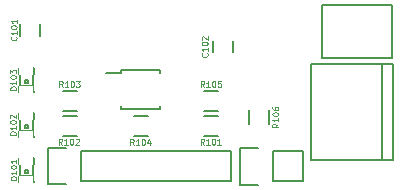
<source format=gto>
G04 #@! TF.FileFunction,Legend,Top*
%FSLAX46Y46*%
G04 Gerber Fmt 4.6, Leading zero omitted, Abs format (unit mm)*
G04 Created by KiCad (PCBNEW (2015-01-16 BZR 5376)-product) date 4/3/2015 6:07:08 PM*
%MOMM*%
G01*
G04 APERTURE LIST*
%ADD10C,0.100000*%
%ADD11C,0.150000*%
%ADD12C,0.050000*%
%ADD13R,1.300000X1.300000*%
%ADD14C,1.300000*%
%ADD15R,1.250000X1.500000*%
%ADD16R,1.198880X1.198880*%
%ADD17R,1.727200X2.032000*%
%ADD18O,1.727200X2.032000*%
%ADD19R,1.500000X1.300000*%
%ADD20R,1.300000X1.500000*%
%ADD21R,0.400000X1.350000*%
%ADD22C,1.600000*%
%ADD23R,1.600000X1.400000*%
%ADD24R,1.900000X1.900000*%
%ADD25R,2.032000X2.032000*%
%ADD26O,2.032000X2.032000*%
%ADD27C,2.200000*%
%ADD28R,1.400000X0.300000*%
G04 APERTURE END LIST*
D10*
D11*
X202559200Y-97839000D02*
X196659200Y-97839000D01*
X196659200Y-97839000D02*
X196659200Y-93339000D01*
X202559200Y-93339000D02*
X202559200Y-97839000D01*
X202559200Y-93339000D02*
X196659200Y-93339000D01*
X171082600Y-94953200D02*
X171082600Y-95953200D01*
X172782600Y-95953200D02*
X172782600Y-94953200D01*
X187389400Y-96375600D02*
X187389400Y-97375600D01*
X189089400Y-97375600D02*
X189089400Y-96375600D01*
X171302680Y-107838240D02*
X170977560Y-107838240D01*
X170977560Y-107838240D02*
X170977560Y-108338620D01*
X171302680Y-108338620D02*
X170977560Y-108338620D01*
X171302680Y-107838240D02*
X171302680Y-108338620D01*
X171924980Y-107838240D02*
X171775120Y-107838240D01*
X171775120Y-107838240D02*
X171775120Y-108089700D01*
X171924980Y-108089700D02*
X171775120Y-108089700D01*
X171924980Y-107838240D02*
X171924980Y-108089700D01*
X171429680Y-107838240D02*
X171279820Y-107838240D01*
X171279820Y-107838240D02*
X171279820Y-108089700D01*
X171429680Y-108089700D02*
X171279820Y-108089700D01*
X171429680Y-107838240D02*
X171429680Y-108089700D01*
X171800520Y-107838240D02*
X171404280Y-107838240D01*
X171404280Y-107838240D02*
X171404280Y-108013500D01*
X171800520Y-108013500D02*
X171404280Y-108013500D01*
X171800520Y-107838240D02*
X171800520Y-108013500D01*
X171302680Y-106342180D02*
X170977560Y-106342180D01*
X170977560Y-106342180D02*
X170977560Y-106842560D01*
X171302680Y-106842560D02*
X170977560Y-106842560D01*
X171302680Y-106342180D02*
X171302680Y-106842560D01*
X172227240Y-106342180D02*
X171902120Y-106342180D01*
X171902120Y-106342180D02*
X171902120Y-106842560D01*
X172227240Y-106842560D02*
X171902120Y-106842560D01*
X172227240Y-106342180D02*
X172227240Y-106842560D01*
X171429680Y-106591100D02*
X171279820Y-106591100D01*
X171279820Y-106591100D02*
X171279820Y-106842560D01*
X171429680Y-106842560D02*
X171279820Y-106842560D01*
X171429680Y-106591100D02*
X171429680Y-106842560D01*
X171924980Y-106591100D02*
X171775120Y-106591100D01*
X171775120Y-106591100D02*
X171775120Y-106842560D01*
X171924980Y-106842560D02*
X171775120Y-106842560D01*
X171924980Y-106591100D02*
X171924980Y-106842560D01*
X171800520Y-106667300D02*
X171404280Y-106667300D01*
X171404280Y-106667300D02*
X171404280Y-106842560D01*
X171800520Y-106842560D02*
X171404280Y-106842560D01*
X171800520Y-106667300D02*
X171800520Y-106842560D01*
X171701460Y-107340400D02*
X171503340Y-107340400D01*
X171503340Y-107340400D02*
X171503340Y-107538520D01*
X171701460Y-107538520D02*
X171503340Y-107538520D01*
X171701460Y-107340400D02*
X171701460Y-107538520D01*
X172201840Y-107838240D02*
X171902120Y-107838240D01*
X171902120Y-107838240D02*
X171902120Y-108137960D01*
X172201840Y-108137960D02*
X171902120Y-108137960D01*
X172201840Y-107838240D02*
X172201840Y-108137960D01*
X172227240Y-108264960D02*
X172001180Y-108264960D01*
X172001180Y-108264960D02*
X172001180Y-108338620D01*
X172227240Y-108338620D02*
X172001180Y-108338620D01*
X172227240Y-108264960D02*
X172227240Y-108338620D01*
X171028360Y-107863640D02*
X171028360Y-106817160D01*
X172176440Y-106842560D02*
X172176440Y-108264960D01*
X172123822Y-108188760D02*
G75*
G03X172123822Y-108188760I-71842J0D01*
G01*
X171950380Y-108338620D02*
G75*
G03X171254420Y-108338620I-347980J0D01*
G01*
X171254420Y-106342180D02*
G75*
G03X171950380Y-106342180I347980J0D01*
G01*
X171302680Y-104028240D02*
X170977560Y-104028240D01*
X170977560Y-104028240D02*
X170977560Y-104528620D01*
X171302680Y-104528620D02*
X170977560Y-104528620D01*
X171302680Y-104028240D02*
X171302680Y-104528620D01*
X171924980Y-104028240D02*
X171775120Y-104028240D01*
X171775120Y-104028240D02*
X171775120Y-104279700D01*
X171924980Y-104279700D02*
X171775120Y-104279700D01*
X171924980Y-104028240D02*
X171924980Y-104279700D01*
X171429680Y-104028240D02*
X171279820Y-104028240D01*
X171279820Y-104028240D02*
X171279820Y-104279700D01*
X171429680Y-104279700D02*
X171279820Y-104279700D01*
X171429680Y-104028240D02*
X171429680Y-104279700D01*
X171800520Y-104028240D02*
X171404280Y-104028240D01*
X171404280Y-104028240D02*
X171404280Y-104203500D01*
X171800520Y-104203500D02*
X171404280Y-104203500D01*
X171800520Y-104028240D02*
X171800520Y-104203500D01*
X171302680Y-102532180D02*
X170977560Y-102532180D01*
X170977560Y-102532180D02*
X170977560Y-103032560D01*
X171302680Y-103032560D02*
X170977560Y-103032560D01*
X171302680Y-102532180D02*
X171302680Y-103032560D01*
X172227240Y-102532180D02*
X171902120Y-102532180D01*
X171902120Y-102532180D02*
X171902120Y-103032560D01*
X172227240Y-103032560D02*
X171902120Y-103032560D01*
X172227240Y-102532180D02*
X172227240Y-103032560D01*
X171429680Y-102781100D02*
X171279820Y-102781100D01*
X171279820Y-102781100D02*
X171279820Y-103032560D01*
X171429680Y-103032560D02*
X171279820Y-103032560D01*
X171429680Y-102781100D02*
X171429680Y-103032560D01*
X171924980Y-102781100D02*
X171775120Y-102781100D01*
X171775120Y-102781100D02*
X171775120Y-103032560D01*
X171924980Y-103032560D02*
X171775120Y-103032560D01*
X171924980Y-102781100D02*
X171924980Y-103032560D01*
X171800520Y-102857300D02*
X171404280Y-102857300D01*
X171404280Y-102857300D02*
X171404280Y-103032560D01*
X171800520Y-103032560D02*
X171404280Y-103032560D01*
X171800520Y-102857300D02*
X171800520Y-103032560D01*
X171701460Y-103530400D02*
X171503340Y-103530400D01*
X171503340Y-103530400D02*
X171503340Y-103728520D01*
X171701460Y-103728520D02*
X171503340Y-103728520D01*
X171701460Y-103530400D02*
X171701460Y-103728520D01*
X172201840Y-104028240D02*
X171902120Y-104028240D01*
X171902120Y-104028240D02*
X171902120Y-104327960D01*
X172201840Y-104327960D02*
X171902120Y-104327960D01*
X172201840Y-104028240D02*
X172201840Y-104327960D01*
X172227240Y-104454960D02*
X172001180Y-104454960D01*
X172001180Y-104454960D02*
X172001180Y-104528620D01*
X172227240Y-104528620D02*
X172001180Y-104528620D01*
X172227240Y-104454960D02*
X172227240Y-104528620D01*
X171028360Y-104053640D02*
X171028360Y-103007160D01*
X172176440Y-103032560D02*
X172176440Y-104454960D01*
X172123822Y-104378760D02*
G75*
G03X172123822Y-104378760I-71842J0D01*
G01*
X171950380Y-104528620D02*
G75*
G03X171254420Y-104528620I-347980J0D01*
G01*
X171254420Y-102532180D02*
G75*
G03X171950380Y-102532180I347980J0D01*
G01*
X171302680Y-100218240D02*
X170977560Y-100218240D01*
X170977560Y-100218240D02*
X170977560Y-100718620D01*
X171302680Y-100718620D02*
X170977560Y-100718620D01*
X171302680Y-100218240D02*
X171302680Y-100718620D01*
X171924980Y-100218240D02*
X171775120Y-100218240D01*
X171775120Y-100218240D02*
X171775120Y-100469700D01*
X171924980Y-100469700D02*
X171775120Y-100469700D01*
X171924980Y-100218240D02*
X171924980Y-100469700D01*
X171429680Y-100218240D02*
X171279820Y-100218240D01*
X171279820Y-100218240D02*
X171279820Y-100469700D01*
X171429680Y-100469700D02*
X171279820Y-100469700D01*
X171429680Y-100218240D02*
X171429680Y-100469700D01*
X171800520Y-100218240D02*
X171404280Y-100218240D01*
X171404280Y-100218240D02*
X171404280Y-100393500D01*
X171800520Y-100393500D02*
X171404280Y-100393500D01*
X171800520Y-100218240D02*
X171800520Y-100393500D01*
X171302680Y-98722180D02*
X170977560Y-98722180D01*
X170977560Y-98722180D02*
X170977560Y-99222560D01*
X171302680Y-99222560D02*
X170977560Y-99222560D01*
X171302680Y-98722180D02*
X171302680Y-99222560D01*
X172227240Y-98722180D02*
X171902120Y-98722180D01*
X171902120Y-98722180D02*
X171902120Y-99222560D01*
X172227240Y-99222560D02*
X171902120Y-99222560D01*
X172227240Y-98722180D02*
X172227240Y-99222560D01*
X171429680Y-98971100D02*
X171279820Y-98971100D01*
X171279820Y-98971100D02*
X171279820Y-99222560D01*
X171429680Y-99222560D02*
X171279820Y-99222560D01*
X171429680Y-98971100D02*
X171429680Y-99222560D01*
X171924980Y-98971100D02*
X171775120Y-98971100D01*
X171775120Y-98971100D02*
X171775120Y-99222560D01*
X171924980Y-99222560D02*
X171775120Y-99222560D01*
X171924980Y-98971100D02*
X171924980Y-99222560D01*
X171800520Y-99047300D02*
X171404280Y-99047300D01*
X171404280Y-99047300D02*
X171404280Y-99222560D01*
X171800520Y-99222560D02*
X171404280Y-99222560D01*
X171800520Y-99047300D02*
X171800520Y-99222560D01*
X171701460Y-99720400D02*
X171503340Y-99720400D01*
X171503340Y-99720400D02*
X171503340Y-99918520D01*
X171701460Y-99918520D02*
X171503340Y-99918520D01*
X171701460Y-99720400D02*
X171701460Y-99918520D01*
X172201840Y-100218240D02*
X171902120Y-100218240D01*
X171902120Y-100218240D02*
X171902120Y-100517960D01*
X172201840Y-100517960D02*
X171902120Y-100517960D01*
X172201840Y-100218240D02*
X172201840Y-100517960D01*
X172227240Y-100644960D02*
X172001180Y-100644960D01*
X172001180Y-100644960D02*
X172001180Y-100718620D01*
X172227240Y-100718620D02*
X172001180Y-100718620D01*
X172227240Y-100644960D02*
X172227240Y-100718620D01*
X171028360Y-100243640D02*
X171028360Y-99197160D01*
X172176440Y-99222560D02*
X172176440Y-100644960D01*
X172123822Y-100568760D02*
G75*
G03X172123822Y-100568760I-71842J0D01*
G01*
X171950380Y-100718620D02*
G75*
G03X171254420Y-100718620I-347980J0D01*
G01*
X171254420Y-98722180D02*
G75*
G03X171950380Y-98722180I347980J0D01*
G01*
X176225200Y-105730000D02*
X188925200Y-105730000D01*
X188925200Y-105730000D02*
X188925200Y-108270000D01*
X188925200Y-108270000D02*
X176225200Y-108270000D01*
X173405200Y-105450000D02*
X174955200Y-105450000D01*
X176225200Y-105730000D02*
X176225200Y-108270000D01*
X174955200Y-108550000D02*
X173405200Y-108550000D01*
X173405200Y-108550000D02*
X173405200Y-105450000D01*
X186623400Y-102731600D02*
X187823400Y-102731600D01*
X187823400Y-104481600D02*
X186623400Y-104481600D01*
X175885400Y-104481600D02*
X174685400Y-104481600D01*
X174685400Y-102731600D02*
X175885400Y-102731600D01*
X174685400Y-100623400D02*
X175885400Y-100623400D01*
X175885400Y-102373400D02*
X174685400Y-102373400D01*
X180705200Y-102731600D02*
X181905200Y-102731600D01*
X181905200Y-104481600D02*
X180705200Y-104481600D01*
X186623400Y-100623400D02*
X187823400Y-100623400D01*
X187823400Y-102373400D02*
X186623400Y-102373400D01*
X190412400Y-103419200D02*
X190412400Y-102219200D01*
X192162400Y-102219200D02*
X192162400Y-103419200D01*
X192481200Y-105740200D02*
X195021200Y-105740200D01*
X189661200Y-105460200D02*
X191211200Y-105460200D01*
X192481200Y-105740200D02*
X192481200Y-108280200D01*
X191211200Y-108560200D02*
X189661200Y-108560200D01*
X189661200Y-108560200D02*
X189661200Y-105460200D01*
X192481200Y-108280200D02*
X195021200Y-108280200D01*
X195021200Y-108280200D02*
X195021200Y-105740200D01*
X201685200Y-106490800D02*
X201685200Y-98390800D01*
X195685200Y-106490800D02*
X202685200Y-106490800D01*
X195685200Y-98390800D02*
X202685200Y-98390800D01*
X202685200Y-106490800D02*
X202685200Y-98390800D01*
X195685200Y-106490800D02*
X195685200Y-98390800D01*
X179604800Y-98832800D02*
X179604800Y-99132800D01*
X182954800Y-98832800D02*
X182954800Y-99132800D01*
X182954800Y-102182800D02*
X182954800Y-101882800D01*
X179604800Y-102182800D02*
X179604800Y-101882800D01*
X179604800Y-98832800D02*
X182954800Y-98832800D01*
X179604800Y-102182800D02*
X182954800Y-102182800D01*
X179604800Y-99132800D02*
X178379800Y-99132800D01*
D12*
X170739571Y-96038123D02*
X170763381Y-96061933D01*
X170787190Y-96133361D01*
X170787190Y-96180980D01*
X170763381Y-96252409D01*
X170715762Y-96300028D01*
X170668143Y-96323837D01*
X170572905Y-96347647D01*
X170501476Y-96347647D01*
X170406238Y-96323837D01*
X170358619Y-96300028D01*
X170311000Y-96252409D01*
X170287190Y-96180980D01*
X170287190Y-96133361D01*
X170311000Y-96061933D01*
X170334810Y-96038123D01*
X170787190Y-95561933D02*
X170787190Y-95847647D01*
X170787190Y-95704790D02*
X170287190Y-95704790D01*
X170358619Y-95752409D01*
X170406238Y-95800028D01*
X170430048Y-95847647D01*
X170287190Y-95252409D02*
X170287190Y-95204790D01*
X170311000Y-95157171D01*
X170334810Y-95133362D01*
X170382429Y-95109552D01*
X170477667Y-95085743D01*
X170596714Y-95085743D01*
X170691952Y-95109552D01*
X170739571Y-95133362D01*
X170763381Y-95157171D01*
X170787190Y-95204790D01*
X170787190Y-95252409D01*
X170763381Y-95300028D01*
X170739571Y-95323838D01*
X170691952Y-95347647D01*
X170596714Y-95371457D01*
X170477667Y-95371457D01*
X170382429Y-95347647D01*
X170334810Y-95323838D01*
X170311000Y-95300028D01*
X170287190Y-95252409D01*
X170787190Y-94609553D02*
X170787190Y-94895267D01*
X170787190Y-94752410D02*
X170287190Y-94752410D01*
X170358619Y-94800029D01*
X170406238Y-94847648D01*
X170430048Y-94895267D01*
X186893971Y-97435123D02*
X186917781Y-97458933D01*
X186941590Y-97530361D01*
X186941590Y-97577980D01*
X186917781Y-97649409D01*
X186870162Y-97697028D01*
X186822543Y-97720837D01*
X186727305Y-97744647D01*
X186655876Y-97744647D01*
X186560638Y-97720837D01*
X186513019Y-97697028D01*
X186465400Y-97649409D01*
X186441590Y-97577980D01*
X186441590Y-97530361D01*
X186465400Y-97458933D01*
X186489210Y-97435123D01*
X186941590Y-96958933D02*
X186941590Y-97244647D01*
X186941590Y-97101790D02*
X186441590Y-97101790D01*
X186513019Y-97149409D01*
X186560638Y-97197028D01*
X186584448Y-97244647D01*
X186441590Y-96649409D02*
X186441590Y-96601790D01*
X186465400Y-96554171D01*
X186489210Y-96530362D01*
X186536829Y-96506552D01*
X186632067Y-96482743D01*
X186751114Y-96482743D01*
X186846352Y-96506552D01*
X186893971Y-96530362D01*
X186917781Y-96554171D01*
X186941590Y-96601790D01*
X186941590Y-96649409D01*
X186917781Y-96697028D01*
X186893971Y-96720838D01*
X186846352Y-96744647D01*
X186751114Y-96768457D01*
X186632067Y-96768457D01*
X186536829Y-96744647D01*
X186489210Y-96720838D01*
X186465400Y-96697028D01*
X186441590Y-96649409D01*
X186489210Y-96292267D02*
X186465400Y-96268457D01*
X186441590Y-96220838D01*
X186441590Y-96101791D01*
X186465400Y-96054172D01*
X186489210Y-96030362D01*
X186536829Y-96006553D01*
X186584448Y-96006553D01*
X186655876Y-96030362D01*
X186941590Y-96316076D01*
X186941590Y-96006553D01*
X170761790Y-108160237D02*
X170261790Y-108160237D01*
X170261790Y-108041190D01*
X170285600Y-107969761D01*
X170333219Y-107922142D01*
X170380838Y-107898333D01*
X170476076Y-107874523D01*
X170547505Y-107874523D01*
X170642743Y-107898333D01*
X170690362Y-107922142D01*
X170737981Y-107969761D01*
X170761790Y-108041190D01*
X170761790Y-108160237D01*
X170761790Y-107398333D02*
X170761790Y-107684047D01*
X170761790Y-107541190D02*
X170261790Y-107541190D01*
X170333219Y-107588809D01*
X170380838Y-107636428D01*
X170404648Y-107684047D01*
X170261790Y-107088809D02*
X170261790Y-107041190D01*
X170285600Y-106993571D01*
X170309410Y-106969762D01*
X170357029Y-106945952D01*
X170452267Y-106922143D01*
X170571314Y-106922143D01*
X170666552Y-106945952D01*
X170714171Y-106969762D01*
X170737981Y-106993571D01*
X170761790Y-107041190D01*
X170761790Y-107088809D01*
X170737981Y-107136428D01*
X170714171Y-107160238D01*
X170666552Y-107184047D01*
X170571314Y-107207857D01*
X170452267Y-107207857D01*
X170357029Y-107184047D01*
X170309410Y-107160238D01*
X170285600Y-107136428D01*
X170261790Y-107088809D01*
X170761790Y-106445953D02*
X170761790Y-106731667D01*
X170761790Y-106588810D02*
X170261790Y-106588810D01*
X170333219Y-106636429D01*
X170380838Y-106684048D01*
X170404648Y-106731667D01*
X170710990Y-104350237D02*
X170210990Y-104350237D01*
X170210990Y-104231190D01*
X170234800Y-104159761D01*
X170282419Y-104112142D01*
X170330038Y-104088333D01*
X170425276Y-104064523D01*
X170496705Y-104064523D01*
X170591943Y-104088333D01*
X170639562Y-104112142D01*
X170687181Y-104159761D01*
X170710990Y-104231190D01*
X170710990Y-104350237D01*
X170710990Y-103588333D02*
X170710990Y-103874047D01*
X170710990Y-103731190D02*
X170210990Y-103731190D01*
X170282419Y-103778809D01*
X170330038Y-103826428D01*
X170353848Y-103874047D01*
X170210990Y-103278809D02*
X170210990Y-103231190D01*
X170234800Y-103183571D01*
X170258610Y-103159762D01*
X170306229Y-103135952D01*
X170401467Y-103112143D01*
X170520514Y-103112143D01*
X170615752Y-103135952D01*
X170663371Y-103159762D01*
X170687181Y-103183571D01*
X170710990Y-103231190D01*
X170710990Y-103278809D01*
X170687181Y-103326428D01*
X170663371Y-103350238D01*
X170615752Y-103374047D01*
X170520514Y-103397857D01*
X170401467Y-103397857D01*
X170306229Y-103374047D01*
X170258610Y-103350238D01*
X170234800Y-103326428D01*
X170210990Y-103278809D01*
X170258610Y-102921667D02*
X170234800Y-102897857D01*
X170210990Y-102850238D01*
X170210990Y-102731191D01*
X170234800Y-102683572D01*
X170258610Y-102659762D01*
X170306229Y-102635953D01*
X170353848Y-102635953D01*
X170425276Y-102659762D01*
X170710990Y-102945476D01*
X170710990Y-102635953D01*
X170736390Y-100540237D02*
X170236390Y-100540237D01*
X170236390Y-100421190D01*
X170260200Y-100349761D01*
X170307819Y-100302142D01*
X170355438Y-100278333D01*
X170450676Y-100254523D01*
X170522105Y-100254523D01*
X170617343Y-100278333D01*
X170664962Y-100302142D01*
X170712581Y-100349761D01*
X170736390Y-100421190D01*
X170736390Y-100540237D01*
X170736390Y-99778333D02*
X170736390Y-100064047D01*
X170736390Y-99921190D02*
X170236390Y-99921190D01*
X170307819Y-99968809D01*
X170355438Y-100016428D01*
X170379248Y-100064047D01*
X170236390Y-99468809D02*
X170236390Y-99421190D01*
X170260200Y-99373571D01*
X170284010Y-99349762D01*
X170331629Y-99325952D01*
X170426867Y-99302143D01*
X170545914Y-99302143D01*
X170641152Y-99325952D01*
X170688771Y-99349762D01*
X170712581Y-99373571D01*
X170736390Y-99421190D01*
X170736390Y-99468809D01*
X170712581Y-99516428D01*
X170688771Y-99540238D01*
X170641152Y-99564047D01*
X170545914Y-99587857D01*
X170426867Y-99587857D01*
X170331629Y-99564047D01*
X170284010Y-99540238D01*
X170260200Y-99516428D01*
X170236390Y-99468809D01*
X170236390Y-99135476D02*
X170236390Y-98825953D01*
X170426867Y-98992619D01*
X170426867Y-98921191D01*
X170450676Y-98873572D01*
X170474486Y-98849762D01*
X170522105Y-98825953D01*
X170641152Y-98825953D01*
X170688771Y-98849762D01*
X170712581Y-98873572D01*
X170736390Y-98921191D01*
X170736390Y-99064048D01*
X170712581Y-99111667D01*
X170688771Y-99135476D01*
X186638477Y-105178990D02*
X186471810Y-104940895D01*
X186352763Y-105178990D02*
X186352763Y-104678990D01*
X186543239Y-104678990D01*
X186590858Y-104702800D01*
X186614667Y-104726610D01*
X186638477Y-104774229D01*
X186638477Y-104845657D01*
X186614667Y-104893276D01*
X186590858Y-104917086D01*
X186543239Y-104940895D01*
X186352763Y-104940895D01*
X187114667Y-105178990D02*
X186828953Y-105178990D01*
X186971810Y-105178990D02*
X186971810Y-104678990D01*
X186924191Y-104750419D01*
X186876572Y-104798038D01*
X186828953Y-104821848D01*
X187424191Y-104678990D02*
X187471810Y-104678990D01*
X187519429Y-104702800D01*
X187543238Y-104726610D01*
X187567048Y-104774229D01*
X187590857Y-104869467D01*
X187590857Y-104988514D01*
X187567048Y-105083752D01*
X187543238Y-105131371D01*
X187519429Y-105155181D01*
X187471810Y-105178990D01*
X187424191Y-105178990D01*
X187376572Y-105155181D01*
X187352762Y-105131371D01*
X187328953Y-105083752D01*
X187305143Y-104988514D01*
X187305143Y-104869467D01*
X187328953Y-104774229D01*
X187352762Y-104726610D01*
X187376572Y-104702800D01*
X187424191Y-104678990D01*
X188067047Y-105178990D02*
X187781333Y-105178990D01*
X187924190Y-105178990D02*
X187924190Y-104678990D01*
X187876571Y-104750419D01*
X187828952Y-104798038D01*
X187781333Y-104821848D01*
X174624277Y-105178990D02*
X174457610Y-104940895D01*
X174338563Y-105178990D02*
X174338563Y-104678990D01*
X174529039Y-104678990D01*
X174576658Y-104702800D01*
X174600467Y-104726610D01*
X174624277Y-104774229D01*
X174624277Y-104845657D01*
X174600467Y-104893276D01*
X174576658Y-104917086D01*
X174529039Y-104940895D01*
X174338563Y-104940895D01*
X175100467Y-105178990D02*
X174814753Y-105178990D01*
X174957610Y-105178990D02*
X174957610Y-104678990D01*
X174909991Y-104750419D01*
X174862372Y-104798038D01*
X174814753Y-104821848D01*
X175409991Y-104678990D02*
X175457610Y-104678990D01*
X175505229Y-104702800D01*
X175529038Y-104726610D01*
X175552848Y-104774229D01*
X175576657Y-104869467D01*
X175576657Y-104988514D01*
X175552848Y-105083752D01*
X175529038Y-105131371D01*
X175505229Y-105155181D01*
X175457610Y-105178990D01*
X175409991Y-105178990D01*
X175362372Y-105155181D01*
X175338562Y-105131371D01*
X175314753Y-105083752D01*
X175290943Y-104988514D01*
X175290943Y-104869467D01*
X175314753Y-104774229D01*
X175338562Y-104726610D01*
X175362372Y-104702800D01*
X175409991Y-104678990D01*
X175767133Y-104726610D02*
X175790943Y-104702800D01*
X175838562Y-104678990D01*
X175957609Y-104678990D01*
X176005228Y-104702800D01*
X176029038Y-104726610D01*
X176052847Y-104774229D01*
X176052847Y-104821848D01*
X176029038Y-104893276D01*
X175743324Y-105178990D01*
X176052847Y-105178990D01*
X174675077Y-100302190D02*
X174508410Y-100064095D01*
X174389363Y-100302190D02*
X174389363Y-99802190D01*
X174579839Y-99802190D01*
X174627458Y-99826000D01*
X174651267Y-99849810D01*
X174675077Y-99897429D01*
X174675077Y-99968857D01*
X174651267Y-100016476D01*
X174627458Y-100040286D01*
X174579839Y-100064095D01*
X174389363Y-100064095D01*
X175151267Y-100302190D02*
X174865553Y-100302190D01*
X175008410Y-100302190D02*
X175008410Y-99802190D01*
X174960791Y-99873619D01*
X174913172Y-99921238D01*
X174865553Y-99945048D01*
X175460791Y-99802190D02*
X175508410Y-99802190D01*
X175556029Y-99826000D01*
X175579838Y-99849810D01*
X175603648Y-99897429D01*
X175627457Y-99992667D01*
X175627457Y-100111714D01*
X175603648Y-100206952D01*
X175579838Y-100254571D01*
X175556029Y-100278381D01*
X175508410Y-100302190D01*
X175460791Y-100302190D01*
X175413172Y-100278381D01*
X175389362Y-100254571D01*
X175365553Y-100206952D01*
X175341743Y-100111714D01*
X175341743Y-99992667D01*
X175365553Y-99897429D01*
X175389362Y-99849810D01*
X175413172Y-99826000D01*
X175460791Y-99802190D01*
X175794124Y-99802190D02*
X176103647Y-99802190D01*
X175936981Y-99992667D01*
X176008409Y-99992667D01*
X176056028Y-100016476D01*
X176079838Y-100040286D01*
X176103647Y-100087905D01*
X176103647Y-100206952D01*
X176079838Y-100254571D01*
X176056028Y-100278381D01*
X176008409Y-100302190D01*
X175865552Y-100302190D01*
X175817933Y-100278381D01*
X175794124Y-100254571D01*
X180694877Y-105204390D02*
X180528210Y-104966295D01*
X180409163Y-105204390D02*
X180409163Y-104704390D01*
X180599639Y-104704390D01*
X180647258Y-104728200D01*
X180671067Y-104752010D01*
X180694877Y-104799629D01*
X180694877Y-104871057D01*
X180671067Y-104918676D01*
X180647258Y-104942486D01*
X180599639Y-104966295D01*
X180409163Y-104966295D01*
X181171067Y-105204390D02*
X180885353Y-105204390D01*
X181028210Y-105204390D02*
X181028210Y-104704390D01*
X180980591Y-104775819D01*
X180932972Y-104823438D01*
X180885353Y-104847248D01*
X181480591Y-104704390D02*
X181528210Y-104704390D01*
X181575829Y-104728200D01*
X181599638Y-104752010D01*
X181623448Y-104799629D01*
X181647257Y-104894867D01*
X181647257Y-105013914D01*
X181623448Y-105109152D01*
X181599638Y-105156771D01*
X181575829Y-105180581D01*
X181528210Y-105204390D01*
X181480591Y-105204390D01*
X181432972Y-105180581D01*
X181409162Y-105156771D01*
X181385353Y-105109152D01*
X181361543Y-105013914D01*
X181361543Y-104894867D01*
X181385353Y-104799629D01*
X181409162Y-104752010D01*
X181432972Y-104728200D01*
X181480591Y-104704390D01*
X182075828Y-104871057D02*
X182075828Y-105204390D01*
X181956781Y-104680581D02*
X181837733Y-105037724D01*
X182147257Y-105037724D01*
X186663877Y-100302190D02*
X186497210Y-100064095D01*
X186378163Y-100302190D02*
X186378163Y-99802190D01*
X186568639Y-99802190D01*
X186616258Y-99826000D01*
X186640067Y-99849810D01*
X186663877Y-99897429D01*
X186663877Y-99968857D01*
X186640067Y-100016476D01*
X186616258Y-100040286D01*
X186568639Y-100064095D01*
X186378163Y-100064095D01*
X187140067Y-100302190D02*
X186854353Y-100302190D01*
X186997210Y-100302190D02*
X186997210Y-99802190D01*
X186949591Y-99873619D01*
X186901972Y-99921238D01*
X186854353Y-99945048D01*
X187449591Y-99802190D02*
X187497210Y-99802190D01*
X187544829Y-99826000D01*
X187568638Y-99849810D01*
X187592448Y-99897429D01*
X187616257Y-99992667D01*
X187616257Y-100111714D01*
X187592448Y-100206952D01*
X187568638Y-100254571D01*
X187544829Y-100278381D01*
X187497210Y-100302190D01*
X187449591Y-100302190D01*
X187401972Y-100278381D01*
X187378162Y-100254571D01*
X187354353Y-100206952D01*
X187330543Y-100111714D01*
X187330543Y-99992667D01*
X187354353Y-99897429D01*
X187378162Y-99849810D01*
X187401972Y-99826000D01*
X187449591Y-99802190D01*
X188068638Y-99802190D02*
X187830543Y-99802190D01*
X187806733Y-100040286D01*
X187830543Y-100016476D01*
X187878162Y-99992667D01*
X187997209Y-99992667D01*
X188044828Y-100016476D01*
X188068638Y-100040286D01*
X188092447Y-100087905D01*
X188092447Y-100206952D01*
X188068638Y-100254571D01*
X188044828Y-100278381D01*
X187997209Y-100302190D01*
X187878162Y-100302190D01*
X187830543Y-100278381D01*
X187806733Y-100254571D01*
X192935990Y-103404123D02*
X192697895Y-103570790D01*
X192935990Y-103689837D02*
X192435990Y-103689837D01*
X192435990Y-103499361D01*
X192459800Y-103451742D01*
X192483610Y-103427933D01*
X192531229Y-103404123D01*
X192602657Y-103404123D01*
X192650276Y-103427933D01*
X192674086Y-103451742D01*
X192697895Y-103499361D01*
X192697895Y-103689837D01*
X192935990Y-102927933D02*
X192935990Y-103213647D01*
X192935990Y-103070790D02*
X192435990Y-103070790D01*
X192507419Y-103118409D01*
X192555038Y-103166028D01*
X192578848Y-103213647D01*
X192435990Y-102618409D02*
X192435990Y-102570790D01*
X192459800Y-102523171D01*
X192483610Y-102499362D01*
X192531229Y-102475552D01*
X192626467Y-102451743D01*
X192745514Y-102451743D01*
X192840752Y-102475552D01*
X192888371Y-102499362D01*
X192912181Y-102523171D01*
X192935990Y-102570790D01*
X192935990Y-102618409D01*
X192912181Y-102666028D01*
X192888371Y-102689838D01*
X192840752Y-102713647D01*
X192745514Y-102737457D01*
X192626467Y-102737457D01*
X192531229Y-102713647D01*
X192483610Y-102689838D01*
X192459800Y-102666028D01*
X192435990Y-102618409D01*
X192435990Y-102023172D02*
X192435990Y-102118410D01*
X192459800Y-102166029D01*
X192483610Y-102189838D01*
X192555038Y-102237457D01*
X192650276Y-102261267D01*
X192840752Y-102261267D01*
X192888371Y-102237457D01*
X192912181Y-102213648D01*
X192935990Y-102166029D01*
X192935990Y-102070791D01*
X192912181Y-102023172D01*
X192888371Y-101999362D01*
X192840752Y-101975553D01*
X192721705Y-101975553D01*
X192674086Y-101999362D01*
X192650276Y-102023172D01*
X192626467Y-102070791D01*
X192626467Y-102166029D01*
X192650276Y-102213648D01*
X192674086Y-102237457D01*
X192721705Y-102261267D01*
%LPC*%
D13*
X200609200Y-96139000D03*
D14*
X198609200Y-96139000D03*
D15*
X171932600Y-96703200D03*
X171932600Y-94203200D03*
X188239400Y-98125600D03*
X188239400Y-95625600D03*
D16*
X171602400Y-106291380D03*
X171602400Y-108389420D03*
X171602400Y-102481380D03*
X171602400Y-104579420D03*
X171602400Y-98671380D03*
X171602400Y-100769420D03*
D17*
X174955200Y-107000000D03*
D18*
X177495200Y-107000000D03*
X180035200Y-107000000D03*
X182575200Y-107000000D03*
X185115200Y-107000000D03*
X187655200Y-107000000D03*
D19*
X188573400Y-103606600D03*
X185873400Y-103606600D03*
X173935400Y-103606600D03*
X176635400Y-103606600D03*
X176635400Y-101498400D03*
X173935400Y-101498400D03*
X182655200Y-103606600D03*
X179955200Y-103606600D03*
X188573400Y-101498400D03*
X185873400Y-101498400D03*
D20*
X191287400Y-101469200D03*
X191287400Y-104169200D03*
D21*
X178282600Y-97137600D03*
X177632600Y-97137600D03*
X176982600Y-97137600D03*
X178932600Y-97129600D03*
X179582600Y-97137600D03*
D22*
X174982600Y-94462600D03*
X181582600Y-94462600D03*
D23*
X181482600Y-96912600D03*
X175082600Y-96912600D03*
D24*
X179482600Y-94462600D03*
X177082600Y-94462600D03*
D25*
X191211200Y-107010200D03*
D26*
X193751200Y-107010200D03*
D27*
X199085200Y-104190800D03*
X199085200Y-100690800D03*
D28*
X179079800Y-99507800D03*
X179079800Y-100007800D03*
X179079800Y-100507800D03*
X179079800Y-101007800D03*
X179079800Y-101507800D03*
X183479800Y-101507800D03*
X183479800Y-101007800D03*
X183479800Y-100507800D03*
X183479800Y-100007800D03*
X183479800Y-99507800D03*
M02*

</source>
